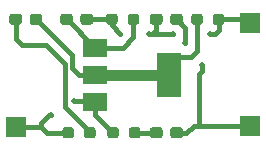
<source format=gbr>
%TF.GenerationSoftware,KiCad,Pcbnew,(5.1.8)-1*%
%TF.CreationDate,2021-01-22T21:13:55+01:00*%
%TF.ProjectId,const-curr_LT3092,636f6e73-742d-4637-9572-725f4c543330,rev?*%
%TF.SameCoordinates,Original*%
%TF.FileFunction,Copper,L1,Top*%
%TF.FilePolarity,Positive*%
%FSLAX46Y46*%
G04 Gerber Fmt 4.6, Leading zero omitted, Abs format (unit mm)*
G04 Created by KiCad (PCBNEW (5.1.8)-1) date 2021-01-22 21:13:55*
%MOMM*%
%LPD*%
G01*
G04 APERTURE LIST*
%TA.AperFunction,ComponentPad*%
%ADD10R,1.700000X1.700000*%
%TD*%
%TA.AperFunction,SMDPad,CuDef*%
%ADD11R,2.000000X3.800000*%
%TD*%
%TA.AperFunction,SMDPad,CuDef*%
%ADD12R,2.000000X1.500000*%
%TD*%
%TA.AperFunction,ViaPad*%
%ADD13C,0.500000*%
%TD*%
%TA.AperFunction,Conductor*%
%ADD14C,0.400000*%
%TD*%
%TA.AperFunction,Conductor*%
%ADD15C,0.900000*%
%TD*%
G04 APERTURE END LIST*
%TO.P,C1,2*%
%TO.N,Net-(C1-Pad2)*%
%TA.AperFunction,SMDPad,CuDef*%
G36*
G01*
X83725000Y-58537500D02*
X83725000Y-58062500D01*
G75*
G02*
X83962500Y-57825000I237500J0D01*
G01*
X84562500Y-57825000D01*
G75*
G02*
X84800000Y-58062500I0J-237500D01*
G01*
X84800000Y-58537500D01*
G75*
G02*
X84562500Y-58775000I-237500J0D01*
G01*
X83962500Y-58775000D01*
G75*
G02*
X83725000Y-58537500I0J237500D01*
G01*
G37*
%TD.AperFunction*%
%TO.P,C1,1*%
%TO.N,Net-(C1-Pad1)*%
%TA.AperFunction,SMDPad,CuDef*%
G36*
G01*
X82000000Y-58537500D02*
X82000000Y-58062500D01*
G75*
G02*
X82237500Y-57825000I237500J0D01*
G01*
X82837500Y-57825000D01*
G75*
G02*
X83075000Y-58062500I0J-237500D01*
G01*
X83075000Y-58537500D01*
G75*
G02*
X82837500Y-58775000I-237500J0D01*
G01*
X82237500Y-58775000D01*
G75*
G02*
X82000000Y-58537500I0J237500D01*
G01*
G37*
%TD.AperFunction*%
%TD*%
D10*
%TO.P,J2,1*%
%TO.N,GND*%
X102400000Y-67300000D03*
%TD*%
%TO.P,C2,1*%
%TO.N,Net-(C2-Pad1)*%
%TA.AperFunction,SMDPad,CuDef*%
G36*
G01*
X93900000Y-68137500D02*
X93900000Y-67662500D01*
G75*
G02*
X94137500Y-67425000I237500J0D01*
G01*
X94737500Y-67425000D01*
G75*
G02*
X94975000Y-67662500I0J-237500D01*
G01*
X94975000Y-68137500D01*
G75*
G02*
X94737500Y-68375000I-237500J0D01*
G01*
X94137500Y-68375000D01*
G75*
G02*
X93900000Y-68137500I0J237500D01*
G01*
G37*
%TD.AperFunction*%
%TO.P,C2,2*%
%TO.N,GND*%
%TA.AperFunction,SMDPad,CuDef*%
G36*
G01*
X95625000Y-68137500D02*
X95625000Y-67662500D01*
G75*
G02*
X95862500Y-67425000I237500J0D01*
G01*
X96462500Y-67425000D01*
G75*
G02*
X96700000Y-67662500I0J-237500D01*
G01*
X96700000Y-68137500D01*
G75*
G02*
X96462500Y-68375000I-237500J0D01*
G01*
X95862500Y-68375000D01*
G75*
G02*
X95625000Y-68137500I0J237500D01*
G01*
G37*
%TD.AperFunction*%
%TD*%
%TO.P,C3,1*%
%TO.N,Net-(C3-Pad1)*%
%TA.AperFunction,SMDPad,CuDef*%
G36*
G01*
X86300000Y-58537500D02*
X86300000Y-58062500D01*
G75*
G02*
X86537500Y-57825000I237500J0D01*
G01*
X87137500Y-57825000D01*
G75*
G02*
X87375000Y-58062500I0J-237500D01*
G01*
X87375000Y-58537500D01*
G75*
G02*
X87137500Y-58775000I-237500J0D01*
G01*
X86537500Y-58775000D01*
G75*
G02*
X86300000Y-58537500I0J237500D01*
G01*
G37*
%TD.AperFunction*%
%TO.P,C3,2*%
%TO.N,Net-(C3-Pad2)*%
%TA.AperFunction,SMDPad,CuDef*%
G36*
G01*
X88025000Y-58537500D02*
X88025000Y-58062500D01*
G75*
G02*
X88262500Y-57825000I237500J0D01*
G01*
X88862500Y-57825000D01*
G75*
G02*
X89100000Y-58062500I0J-237500D01*
G01*
X89100000Y-58537500D01*
G75*
G02*
X88862500Y-58775000I-237500J0D01*
G01*
X88262500Y-58775000D01*
G75*
G02*
X88025000Y-58537500I0J237500D01*
G01*
G37*
%TD.AperFunction*%
%TD*%
%TO.P,C4,2*%
%TO.N,GND*%
%TA.AperFunction,SMDPad,CuDef*%
G36*
G01*
X95625000Y-58537500D02*
X95625000Y-58062500D01*
G75*
G02*
X95862500Y-57825000I237500J0D01*
G01*
X96462500Y-57825000D01*
G75*
G02*
X96700000Y-58062500I0J-237500D01*
G01*
X96700000Y-58537500D01*
G75*
G02*
X96462500Y-58775000I-237500J0D01*
G01*
X95862500Y-58775000D01*
G75*
G02*
X95625000Y-58537500I0J237500D01*
G01*
G37*
%TD.AperFunction*%
%TO.P,C4,1*%
%TO.N,Net-(C3-Pad2)*%
%TA.AperFunction,SMDPad,CuDef*%
G36*
G01*
X93900000Y-58537500D02*
X93900000Y-58062500D01*
G75*
G02*
X94137500Y-57825000I237500J0D01*
G01*
X94737500Y-57825000D01*
G75*
G02*
X94975000Y-58062500I0J-237500D01*
G01*
X94975000Y-58537500D01*
G75*
G02*
X94737500Y-58775000I-237500J0D01*
G01*
X94137500Y-58775000D01*
G75*
G02*
X93900000Y-58537500I0J237500D01*
G01*
G37*
%TD.AperFunction*%
%TD*%
%TO.P,J1,1*%
%TO.N,Net-(J1-Pad1)*%
X82600000Y-67400000D03*
%TD*%
%TO.P,J3,1*%
%TO.N,Net-(C3-Pad2)*%
X102400000Y-58600000D03*
%TD*%
%TO.P,R1,2*%
%TO.N,Net-(C1-Pad1)*%
%TA.AperFunction,SMDPad,CuDef*%
G36*
G01*
X88325000Y-68137500D02*
X88325000Y-67662500D01*
G75*
G02*
X88562500Y-67425000I237500J0D01*
G01*
X89062500Y-67425000D01*
G75*
G02*
X89300000Y-67662500I0J-237500D01*
G01*
X89300000Y-68137500D01*
G75*
G02*
X89062500Y-68375000I-237500J0D01*
G01*
X88562500Y-68375000D01*
G75*
G02*
X88325000Y-68137500I0J237500D01*
G01*
G37*
%TD.AperFunction*%
%TO.P,R1,1*%
%TO.N,Net-(J1-Pad1)*%
%TA.AperFunction,SMDPad,CuDef*%
G36*
G01*
X86500000Y-68137500D02*
X86500000Y-67662500D01*
G75*
G02*
X86737500Y-67425000I237500J0D01*
G01*
X87237500Y-67425000D01*
G75*
G02*
X87475000Y-67662500I0J-237500D01*
G01*
X87475000Y-68137500D01*
G75*
G02*
X87237500Y-68375000I-237500J0D01*
G01*
X86737500Y-68375000D01*
G75*
G02*
X86500000Y-68137500I0J237500D01*
G01*
G37*
%TD.AperFunction*%
%TD*%
%TO.P,R2,1*%
%TO.N,Net-(C3-Pad1)*%
%TA.AperFunction,SMDPad,CuDef*%
G36*
G01*
X92987500Y-58062500D02*
X92987500Y-58537500D01*
G75*
G02*
X92750000Y-58775000I-237500J0D01*
G01*
X92250000Y-58775000D01*
G75*
G02*
X92012500Y-58537500I0J237500D01*
G01*
X92012500Y-58062500D01*
G75*
G02*
X92250000Y-57825000I237500J0D01*
G01*
X92750000Y-57825000D01*
G75*
G02*
X92987500Y-58062500I0J-237500D01*
G01*
G37*
%TD.AperFunction*%
%TO.P,R2,2*%
%TO.N,Net-(C3-Pad2)*%
%TA.AperFunction,SMDPad,CuDef*%
G36*
G01*
X91162500Y-58062500D02*
X91162500Y-58537500D01*
G75*
G02*
X90925000Y-58775000I-237500J0D01*
G01*
X90425000Y-58775000D01*
G75*
G02*
X90187500Y-58537500I0J237500D01*
G01*
X90187500Y-58062500D01*
G75*
G02*
X90425000Y-57825000I237500J0D01*
G01*
X90925000Y-57825000D01*
G75*
G02*
X91162500Y-58062500I0J-237500D01*
G01*
G37*
%TD.AperFunction*%
%TD*%
%TO.P,R3,2*%
%TO.N,Net-(C1-Pad2)*%
%TA.AperFunction,SMDPad,CuDef*%
G36*
G01*
X98375000Y-58062500D02*
X98375000Y-58537500D01*
G75*
G02*
X98137500Y-58775000I-237500J0D01*
G01*
X97637500Y-58775000D01*
G75*
G02*
X97400000Y-58537500I0J237500D01*
G01*
X97400000Y-58062500D01*
G75*
G02*
X97637500Y-57825000I237500J0D01*
G01*
X98137500Y-57825000D01*
G75*
G02*
X98375000Y-58062500I0J-237500D01*
G01*
G37*
%TD.AperFunction*%
%TO.P,R3,1*%
%TO.N,Net-(C3-Pad2)*%
%TA.AperFunction,SMDPad,CuDef*%
G36*
G01*
X100200000Y-58062500D02*
X100200000Y-58537500D01*
G75*
G02*
X99962500Y-58775000I-237500J0D01*
G01*
X99462500Y-58775000D01*
G75*
G02*
X99225000Y-58537500I0J237500D01*
G01*
X99225000Y-58062500D01*
G75*
G02*
X99462500Y-57825000I237500J0D01*
G01*
X99962500Y-57825000D01*
G75*
G02*
X100200000Y-58062500I0J-237500D01*
G01*
G37*
%TD.AperFunction*%
%TD*%
%TO.P,R4,1*%
%TO.N,Net-(J1-Pad1)*%
%TA.AperFunction,SMDPad,CuDef*%
G36*
G01*
X90300000Y-68137500D02*
X90300000Y-67662500D01*
G75*
G02*
X90537500Y-67425000I237500J0D01*
G01*
X91037500Y-67425000D01*
G75*
G02*
X91275000Y-67662500I0J-237500D01*
G01*
X91275000Y-68137500D01*
G75*
G02*
X91037500Y-68375000I-237500J0D01*
G01*
X90537500Y-68375000D01*
G75*
G02*
X90300000Y-68137500I0J237500D01*
G01*
G37*
%TD.AperFunction*%
%TO.P,R4,2*%
%TO.N,Net-(C2-Pad1)*%
%TA.AperFunction,SMDPad,CuDef*%
G36*
G01*
X92125000Y-68137500D02*
X92125000Y-67662500D01*
G75*
G02*
X92362500Y-67425000I237500J0D01*
G01*
X92862500Y-67425000D01*
G75*
G02*
X93100000Y-67662500I0J-237500D01*
G01*
X93100000Y-68137500D01*
G75*
G02*
X92862500Y-68375000I-237500J0D01*
G01*
X92362500Y-68375000D01*
G75*
G02*
X92125000Y-68137500I0J237500D01*
G01*
G37*
%TD.AperFunction*%
%TD*%
D11*
%TO.P,U1,2*%
%TO.N,Net-(C1-Pad2)*%
X95550000Y-63000000D03*
D12*
X89250000Y-63000000D03*
%TO.P,U1,3*%
%TO.N,Net-(J1-Pad1)*%
X89250000Y-65300000D03*
%TO.P,U1,1*%
%TO.N,Net-(C3-Pad1)*%
X89250000Y-60700000D03*
%TD*%
D13*
%TO.N,Net-(C1-Pad2)*%
X96200000Y-64400000D03*
X95000000Y-64400000D03*
X96200000Y-63000000D03*
X95000000Y-63000000D03*
X96200000Y-61500000D03*
X95000000Y-61500000D03*
%TO.N,GND*%
X96900000Y-60300000D03*
X98300000Y-62200000D03*
%TO.N,Net-(C3-Pad2)*%
X91400000Y-59500000D03*
X93800000Y-59500000D03*
X95900000Y-59500000D03*
X99000000Y-59500000D03*
%TO.N,Net-(J1-Pad1)*%
X85500000Y-66400000D03*
X87500000Y-65200000D03*
%TD*%
D14*
%TO.N,Net-(C1-Pad2)*%
X84262500Y-58300000D02*
X87300009Y-61337509D01*
X87300009Y-61337509D02*
X87300009Y-62400009D01*
X87900000Y-63000000D02*
X89250000Y-63000000D01*
X87300009Y-62400009D02*
X87900000Y-63000000D01*
X95550000Y-61650000D02*
X95550000Y-63000000D01*
D15*
X89250000Y-63000000D02*
X95550000Y-63000000D01*
D14*
X97887500Y-61012500D02*
X97887500Y-58300000D01*
X97400000Y-61500000D02*
X97887500Y-61012500D01*
X96200000Y-61500000D02*
X97400000Y-61500000D01*
%TO.N,Net-(C1-Pad1)*%
X88812500Y-67900000D02*
X88812500Y-67812500D01*
X88812500Y-67812500D02*
X86700000Y-65700000D01*
X86700000Y-65700000D02*
X86700000Y-62100000D01*
X86700000Y-62100000D02*
X85100000Y-60500000D01*
X85100000Y-60500000D02*
X83100000Y-60500000D01*
X82537500Y-59937500D02*
X82537500Y-58300000D01*
X83100000Y-60500000D02*
X82537500Y-59937500D01*
%TO.N,Net-(C2-Pad1)*%
X92612500Y-67900000D02*
X94437500Y-67900000D01*
%TO.N,GND*%
X96162500Y-67900000D02*
X97000000Y-67900000D01*
X97000000Y-67900000D02*
X97600000Y-67300000D01*
X97600000Y-67300000D02*
X98100000Y-67300000D01*
X98100000Y-67300000D02*
X102400000Y-67300000D01*
X98100000Y-65400000D02*
X98100000Y-67300000D01*
X96162500Y-58300000D02*
X96162500Y-58562500D01*
X96162500Y-58300000D02*
X96900000Y-59037500D01*
X96900000Y-59037500D02*
X96900000Y-60300000D01*
X98300000Y-62200000D02*
X98300000Y-62700000D01*
X98100000Y-62900000D02*
X98100000Y-65400000D01*
X98300000Y-62700000D02*
X98100000Y-62900000D01*
%TO.N,Net-(C3-Pad1)*%
X86850000Y-58300000D02*
X89250000Y-60700000D01*
X86837500Y-58300000D02*
X86850000Y-58300000D01*
X89250000Y-60700000D02*
X91600000Y-60700000D01*
X92500000Y-59800000D02*
X92500000Y-58300000D01*
X91600000Y-60700000D02*
X92500000Y-59800000D01*
%TO.N,Net-(C3-Pad2)*%
X99712500Y-58300000D02*
X100000000Y-58300000D01*
X102100000Y-58300000D02*
X102400000Y-58600000D01*
X99712500Y-58300000D02*
X102100000Y-58300000D01*
X88562500Y-58300000D02*
X90675000Y-58300000D01*
X90675000Y-58300000D02*
X90675000Y-58775000D01*
X90675000Y-58775000D02*
X91400000Y-59500000D01*
X93800000Y-59500000D02*
X94100000Y-59500000D01*
X94437500Y-59162500D02*
X94437500Y-58300000D01*
X94100000Y-59500000D02*
X94437500Y-59162500D01*
X93800000Y-59500000D02*
X95900000Y-59500000D01*
X99000000Y-59500000D02*
X99400000Y-59500000D01*
X99712500Y-59187500D02*
X99712500Y-58300000D01*
X99400000Y-59500000D02*
X99712500Y-59187500D01*
%TO.N,Net-(J1-Pad1)*%
X82600000Y-67400000D02*
X84700000Y-67400000D01*
X85200000Y-67900000D02*
X86987500Y-67900000D01*
X84700000Y-67400000D02*
X85200000Y-67900000D01*
X84700000Y-67400000D02*
X84700000Y-67100000D01*
X85400000Y-66400000D02*
X85500000Y-66400000D01*
X84700000Y-67100000D02*
X85400000Y-66400000D01*
X89150000Y-65200000D02*
X89250000Y-65300000D01*
X87500000Y-65200000D02*
X89150000Y-65200000D01*
X89250000Y-66362500D02*
X90787500Y-67900000D01*
X89250000Y-65300000D02*
X89250000Y-66362500D01*
%TD*%
M02*

</source>
